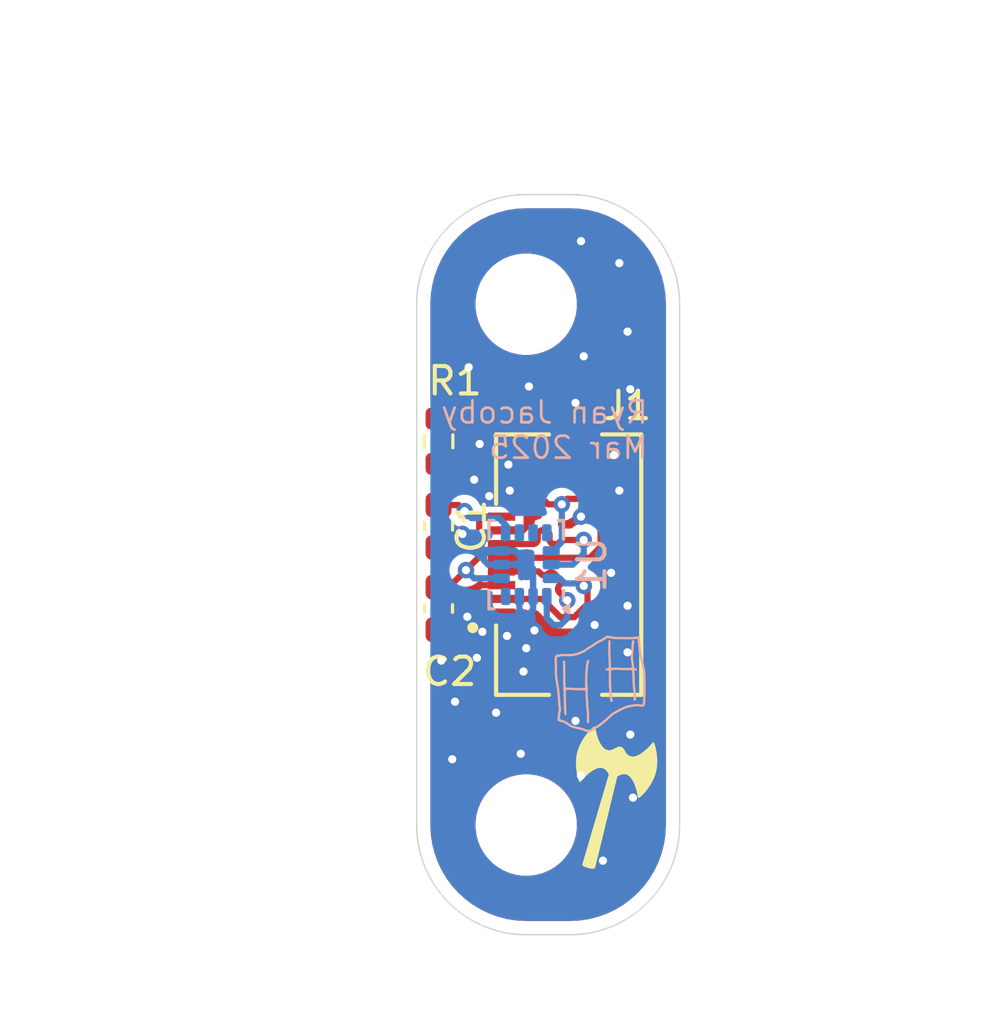
<source format=kicad_pcb>
(kicad_pcb (version 20241229) (generator "pcbnew") (generator_version "9.0")
  (title_block (title "IIS3DWB Breakout") (date "2025-03-08") (rev "Beta") (company "Haas Hooligans") (comment 1 "Ryan Jacoby"))
  (layers (0 "F.Cu" signal) (2 "B.Cu" signal) (13 "F.Paste" user) (15 "B.Paste" user) (5 "F.SilkS" user "F.Silkscreen") (7 "B.SilkS" user "B.Silkscreen") (1 "F.Mask" user) (3 "B.Mask" user) (25 "Edge.Cuts" user))
  (net 0 "")
  (net 1 "+3V3")
  (net 2 "GND")
  (net 3 "MISO")
  (net 4 "MOSI")
  (net 5 "SCK")
  (net 6 "CS")
  (footprint "Capacitor_SMD:C_0603_1608Metric" (layer "F.Cu") (at 77.45 108.95 -90)
    (property "Reference" "C1" (at 0 -1.2 270) (layer "F.SilkS"))
    (property "Value" "100n")
    (pad "1" smd roundrect (at -0.775 0 270) (size 0.9 0.95) (layers "F.Cu" "F.Mask" "F.Paste") (net 1 "+3V3"))
    (pad "2" smd roundrect (at 0.775 0 270) (size 0.9 0.95) (layers "F.Cu" "F.Mask" "F.Paste") (net 2 "GND"))
  )
  (footprint "MountingHole:MountingHole_3.2mm_M3" (layer "F.Cu") (at 80.65 100.85)
    (property "Reference" "H1" (hide yes))
    (property "Value" "M3" (hide yes))
    (pad "" np_thru_hole circle (at 0 0) (size 3.2 3.2) (drill 3.2) (layers "*.Cu" "*.Mask"))
  )
  (footprint "Resistor_SMD:R_0603_1608Metric" (layer "F.Cu") (at 77.45 105.85 90)
    (property "Reference" "R1" (at 2.2 0.6 180) (layer "F.SilkS"))
    (property "Value" "10k")
    (pad "1" smd roundrect (at -0.825 0 90) (size 0.8 0.95) (layers "F.Cu" "F.Mask" "F.Paste") (net 1 "+3V3"))
    (pad "2" smd roundrect (at 0.825 0 90) (size 0.8 0.95) (layers "F.Cu" "F.Mask" "F.Paste") (net 6 "CS"))
  )
  (footprint "MountingHole:MountingHole_3.2mm_M3" (layer "F.Cu") (at 80.65 119.85)
    (property "Reference" "H2" (hide yes))
    (property "Value" "M3" (hide yes))
    (pad "" np_thru_hole circle (at 0 0) (size 3.2 3.2) (drill 3.2) (layers "*.Cu" "*.Mask"))
  )
  (footprint "Capacitor_SMD:C_0603_1608Metric" (layer "F.Cu") (at 77.45 111.95 -90)
    (property "Reference" "C2" (at 2.3 -0.4 0) (layer "F.SilkS"))
    (property "Value" "100n")
    (pad "1" smd roundrect (at -0.775 0 270) (size 0.9 0.95) (layers "F.Cu" "F.Mask" "F.Paste") (net 1 "+3V3"))
    (pad "2" smd roundrect (at 0.775 0 270) (size 0.9 0.95) (layers "F.Cu" "F.Mask" "F.Paste") (net 2 "GND"))
  )
  (footprint "footprints:CON_5051100892_MOL" (layer "F.Cu") (at 82.2 110.35 90)
    (property "Reference" "J1" (at 5.8 2.15 0) (layer "F.SilkS"))
    (property "Value" "5051100892")
    (pad "1" smd rect (at -1.749999 -2.45 90) (size 0.3 1) (layers "F.Cu" "F.Mask" "F.Paste") (net 2 "GND"))
    (pad "2" smd rect (at -1.25 -2.45 90) (size 0.3 1) (layers "F.Cu" "F.Mask" "F.Paste") (net 4 "MOSI"))
    (pad "3" smd rect (at -0.750001 -2.45 90) (size 0.3 1) (layers "F.Cu" "F.Mask" "F.Paste") (net 2 "GND"))
    (pad "4" smd rect (at -0.25 -2.45 90) (size 0.3 1) (layers "F.Cu" "F.Mask" "F.Paste") (net 3 "MISO"))
    (pad "5" smd rect (at 0.25 -2.45 90) (size 0.3 1) (layers "F.Cu" "F.Mask" "F.Paste") (net 6 "CS"))
    (pad "6" smd rect (at 0.750001 -2.45 90) (size 0.3 1) (layers "F.Cu" "F.Mask" "F.Paste") (net 5 "SCK"))
    (pad "7" smd rect (at 1.25 -2.45 90) (size 0.3 1) (layers "F.Cu" "F.Mask" "F.Paste") (net 2 "GND"))
    (pad "8" smd rect (at 1.749999 -2.45 90) (size 0.3 1) (layers "F.Cu" "F.Mask" "F.Paste") (net 1 "+3V3"))
    (pad "MP" smd rect (at -4.049997 0.249999 90) (size 2 1.3) (layers "F.Cu" "F.Mask" "F.Paste") (net 2 "GND"))
    (pad "MP" smd rect (at 4.049997 0.249999 90) (size 2 1.3) (layers "F.Cu" "F.Mask" "F.Paste") (net 2 "GND"))
  )
  (footprint "LOGO" (layer "F.Cu") (at 83.488721 119.280372 -15)
    (property "Reference" "G***" (hide yes))
    (property "Value" "LOGO" (hide yes))
  )
  (footprint "LOGO" (layer "B.Cu") (at 83.125327 115.100989 180)
    (property "Reference" "G***" (hide yes))
    (property "Value" "LOGO" (hide yes))
  )
  (footprint "Package_LGA:LGA-14_3x2.5mm_P0.5mm_LayoutBorder3x4y" (layer "B.Cu") (at 80.65 110.35 90)
    (property "Reference" "U1" (at 0 2.4 90) (layer "B.SilkS") (effects (justify mirror)))
    (property "Value" "IIS3DWB")
    (pad "1" smd roundrect (at -1.1625 0.75 90) (size 0.625 0.35) (layers "B.Cu" "B.Mask" "B.Paste") (net 3 "MISO"))
    (pad "2" smd roundrect (at -1.1625 0.25 90) (size 0.625 0.35) (layers "B.Cu" "B.Mask" "B.Paste") (net 2 "GND"))
    (pad "3" smd roundrect (at -1.1625 -0.25 90) (size 0.625 0.35) (layers "B.Cu" "B.Mask" "B.Paste") (net 2 "GND"))
    (pad "4" smd roundrect (at -1.1625 -0.75 90) (size 0.625 0.35) (layers "B.Cu" "B.Mask" "B.Paste"))
    (pad "5" smd roundrect (at -0.5 -0.9125 90) (size 0.35 0.625) (layers "B.Cu" "B.Mask" "B.Paste") (net 1 "+3V3"))
    (pad "6" smd roundrect (at 0 -0.9125 90) (size 0.35 0.625) (layers "B.Cu" "B.Mask" "B.Paste") (net 2 "GND"))
    (pad "7" smd roundrect (at 0.5 -0.9125 90) (size 0.35 0.625) (layers "B.Cu" "B.Mask" "B.Paste") (net 2 "GND"))
    (pad "8" smd roundrect (at 1.1625 -0.75 90) (size 0.625 0.35) (layers "B.Cu" "B.Mask" "B.Paste") (net 1 "+3V3"))
    (pad "9" smd roundrect (at 1.1625 -0.25 90) (size 0.625 0.35) (layers "B.Cu" "B.Mask" "B.Paste"))
    (pad "10" smd roundrect (at 1.1625 0.25 90) (size 0.625 0.35) (layers "B.Cu" "B.Mask" "B.Paste"))
    (pad "11" smd roundrect (at 1.1625 0.75 90) (size 0.625 0.35) (layers "B.Cu" "B.Mask" "B.Paste"))
    (pad "12" smd roundrect (at 0.5 0.9125 90) (size 0.35 0.625) (layers "B.Cu" "B.Mask" "B.Paste") (net 6 "CS"))
    (pad "13" smd roundrect (at 0 0.9125 90) (size 0.35 0.625) (layers "B.Cu" "B.Mask" "B.Paste") (net 5 "SCK"))
    (pad "14" smd roundrect (at -0.5 0.9125 90) (size 0.35 0.625) (layers "B.Cu" "B.Mask" "B.Paste") (net 4 "MOSI"))
  )
  (gr_line (start 80.65 123.85) (end 82.25 123.85) (stroke (width 0.05)) (layer "Edge.Cuts"))
  (gr_line (start 82.25 96.85) (end 80.65 96.85) (stroke (width 0.05)) (layer "Edge.Cuts"))
  (gr_arc (start 82.25 96.85) (mid 85.078427 98.021573) (end 86.25 100.85) (stroke (width 0.05)) (layer "Edge.Cuts"))
  (gr_arc (start 86.25 119.85) (mid 85.078427 122.678427) (end 82.25 123.85) (stroke (width 0.05)) (layer "Edge.Cuts"))
  (gr_arc (start 76.65 100.85) (mid 77.821573 98.021573) (end 80.65 96.85) (stroke (width 0.05)) (layer "Edge.Cuts"))
  (gr_line (start 76.65 100.85) (end 76.65 119.85) (stroke (width 0.05)) (layer "Edge.Cuts"))
  (gr_line (start 86.25 100.85) (end 86.25 119.85) (stroke (width 0.05)) (layer "Edge.Cuts"))
  (gr_arc (start 80.65 123.85) (mid 77.821573 122.678427) (end 76.65 119.85) (stroke (width 0.05)) (layer "Edge.Cuts"))
  (gr_text "Ryan Jacoby\nMar 2025" (at 85.15 106.55 0) (layer "B.SilkS") (effects (font (size 0.8 0.8) (thickness 0.1)) (justify left bottom mirror)))
  (segment (start 78.4 108.4) (end 78.600001 108.600001) (width 0.2286) (layer "F.Cu") (net 1))
  (segment (start 78.9347 108.6347) (end 79.004098 108.6347) (width 0.2286) (layer "F.Cu") (net 1))
  (segment (start 79.004098 108.6347) (end 78.969399 108.600001) (width 0.2286) (layer "F.Cu") (net 1))
  (segment (start 79.15 108.600001) (end 78.600001 108.600001) (width 0.2286) (layer "F.Cu") (net 1))
  (segment (start 79.75 108.600001) (end 79.15 108.600001) (width 0.2286) (layer "F.Cu") (net 1))
  (segment (start 78.969399 108.600001) (end 79.15 108.600001) (width 0.2286) (layer "F.Cu") (net 1))
  (segment (start 78.9347 109.5653) (end 78.9347 109.134699) (width 0.2286) (layer "F.Cu") (net 1))
  (segment (start 77.45 106.675) (end 77.45 108.175) (width 0.2286) (layer "F.Cu") (net 1))
  (segment (start 78.9347 109.6347) (end 78.9347 109.5653) (width 0.2286) (layer "F.Cu") (net 1))
  (segment (start 78.9347 109.134699) (end 78.9347 108.6347) (width 0.2286) (layer "F.Cu") (net 1))
  (segment (start 78.175 108.175) (end 77.45 108.175) (width 0.2286) (layer "F.Cu") (net 1))
  (segment (start 78.45 110.55) (end 78.9347 110.065299) (width 0.2286) (layer "F.Cu") (net 1))
  (segment (start 78.9347 110.065299) (end 78.9347 109.6347) (width 0.2286) (layer "F.Cu") (net 1))
  (segment (start 77.45 111.175) (end 77.825 111.175) (width 0.2286) (layer "F.Cu") (net 1))
  (segment (start 78.600001 108.600001) (end 78.175 108.175) (width 0.2286) (layer "F.Cu") (net 1))
  (segment (start 77.825 111.175) (end 78.45 110.55) (width 0.2286) (layer "F.Cu") (net 1))
  (via (at 78.45 110.55) (size 0.6) (drill 0.3) (layers "F.Cu" "B.Cu") (net 1))
  (via (at 78.4 108.4) (size 0.6) (drill 0.3) (layers "F.Cu" "B.Cu") (net 1))
  (segment (start 79.9 108.9) (end 79.9 109.1875) (width 0.2286) (layer "B.Cu") (net 1))
  (segment (start 79.7375 110.85) (end 78.75 110.85) (width 0.2286) (layer "B.Cu") (net 1))
  (segment (start 79.65 108.65) (end 79.9 108.9) (width 0.2286) (layer "B.Cu") (net 1))
  (segment (start 78.65 108.65) (end 79.65 108.65) (width 0.2286) (layer "B.Cu") (net 1))
  (segment (start 78.75 110.85) (end 78.45 110.55) (width 0.2286) (layer "B.Cu") (net 1))
  (segment (start 78.4 108.4) (end 78.65 108.65) (width 0.2286) (layer "B.Cu") (net 1))
  (segment (start 79.75 111.100001) (end 78.969399 111.100001) (width 0.2286) (layer "F.Cu") (net 2))
  (segment (start 79.75 112.099999) (end 80.599999 112.099999) (width 0.2286) (layer "F.Cu") (net 2))
  (segment (start 79.75 112.099999) (end 78.900001 112.099999) (width 0.2286) (layer "F.Cu") (net 2))
  (segment (start 79.75 109.1) (end 80.530601 109.1) (width 0.2286) (layer "F.Cu") (net 2))
  (segment (start 78.5 112.5) (end 78.275 112.725) (width 0.2286) (layer "F.Cu") (net 2))
  (segment (start 77.82573 109.725) (end 78.3204 109.23033) (width 0.2286) (layer "F.Cu") (net 2))
  (segment (start 80.95 112.45) (end 80.95 112.75) (width 0.2286) (layer "F.Cu") (net 2))
  (segment (start 78.5 111.5694) (end 78.5 112.25) (width 0.2286) (layer "F.Cu") (net 2))
  (segment (start 78.969399 111.100001) (end 78.5 111.5694) (width 0.2286) (layer "F.Cu") (net 2))
  (segment (start 78.275 112.725) (end 77.45 112.725) (width 0.2286) (layer "F.Cu") (net 2))
  (segment (start 77.45 109.725) (end 77.82573 109.725) (width 0.2286) (layer "F.Cu") (net 2))
  (segment (start 80.85 108.45) (end 80.05 107.65) (width 0.2286) (layer "F.Cu") (net 2))
  (segment (start 80.85 108.780601) (end 80.85 108.45) (width 0.2286) (layer "F.Cu") (net 2))
  (segment (start 80.599999 112.099999) (end 80.95 112.45) (width 0.2286) (layer "F.Cu") (net 2))
  (segment (start 80.530601 109.1) (end 80.85 108.780601) (width 0.2286) (layer "F.Cu") (net 2))
  (segment (start 78.5 112.25) (end 78.5 112.5) (width 0.2286) (layer "F.Cu") (net 2))
  (segment (start 78.900001 112.099999) (end 78.5 112.5) (width 0.2286) (layer "F.Cu") (net 2))
  (via (at 84.05 99.35) (size 0.6) (drill 0.3) (layers "F.Cu" "B.Cu") (net 2))
  (via (at 83.15 112.55) (size 0.6) (drill 0.3) (layers "F.Cu" "B.Cu") (net 2))
  (via (at 84.45 103.95) (size 0.6) (drill 0.3) (layers "F.Cu" "B.Cu") (net 2))
  (via (at 78.3204 109.23033) (size 0.6) (drill 0.3) (layers "F.Cu" "B.Cu") (net 2))
  (via (at 77.55 113.85) (size 0.6) (drill 0.3) (layers "F.Cu" "B.Cu") (net 2))
  (via (at 82.75 102.75) (size 0.6) (drill 0.3) (layers "F.Cu" "B.Cu") (net 2))
  (via (at 80 106.7) (size 0.6) (drill 0.3) (layers "F.Cu" "B.Cu") (net 2))
  (via (at 77.95 117.45) (size 0.6) (drill 0.3) (layers "F.Cu" "B.Cu") (net 2))
  (via (at 79.3 107.85) (size 0.6) (drill 0.3) (layers "F.Cu" "B.Cu") (net 2))
  (via (at 78.5 112.25) (size 0.6) (drill 0.3) (layers "F.Cu" "B.Cu") (net 2))
  (via (at 80.65 113.4) (size 0.6) (drill 0.3) (layers "F.Cu" "B.Cu") (net 2))
  (via (at 84.35 111.85) (size 0.6) (drill 0.3) (layers "F.Cu" "B.Cu") (net 2))
  (via (at 83.45 121.15) (size 0.6) (drill 0.3) (layers "F.Cu" "B.Cu") (net 2))
  (via (at 83.75 110.65) (size 0.6) (drill 0.3) (layers "F.Cu" "B.Cu") (net 2))
  (via (at 78.95 105.95) (size 0.6) (drill 0.3) (layers "F.Cu" "B.Cu") (net 2))
  (via (at 84.35 101.85) (size 0.6) (drill 0.3) (layers "F.Cu" "B.Cu") (net 2))
  (via (at 84.35 113.55) (size 0.6) (drill 0.3) (layers "F.Cu" "B.Cu") (net 2))
  (via (at 78.05 115.35) (size 0.6) (drill 0.3) (layers "F.Cu" "B.Cu") (net 2))
  (via (at 79.95 112.95) (size 0.6) (drill 0.3) (layers "F.Cu" "B.Cu") (net 2))
  (via (at 80.45 117.25) (size 0.6) (drill 0.3) (layers "F.Cu" "B.Cu") (net 2))
  (via (at 84.55 118.85) (size 0.6) (drill 0.3) (layers "F.Cu" "B.Cu") (net 2))
  (via (at 82.45 116.05) (size 0.6) (drill 0.3) (layers "F.Cu" "B.Cu") (net 2))
  (via (at 78.55 103.15) (size 0.6) (drill 0.3) (layers "F.Cu" "B.Cu") (net 2))
  (via (at 84.05 107.65) (size 0.6) (drill 0.3) (layers "F.Cu" "B.Cu") (net 2))
  (via (at 82.65 118.05) (size 0.6) (drill 0.3) (layers "F.Cu" "B.Cu") (net 2))
  (via (at 82.45 104.45) (size 0.6) (drill 0.3) (layers "F.Cu" "B.Cu") (net 2))
  (via (at 83.85 106.35) (size 0.6) (drill 0.3) (layers "F.Cu" "B.Cu") (net 2))
  (via (at 79.05 112.8) (size 0.6) (drill 0.3) (layers "F.Cu" "B.Cu") (net 2))
  (via (at 82.65 98.55) (size 0.6) (drill 0.3) (layers "F.Cu" "B.Cu") (net 2))
  (via (at 78.85 113.75) (size 0.6) (drill 0.3) (layers "F.Cu" "B.Cu") (net 2))
  (via (at 79.55 115.75) (size 0.6) (drill 0.3) (layers "F.Cu" "B.Cu") (net 2))
  (via (at 80.55 114.25) (size 0.6) (drill 0.3) (layers "F.Cu" "B.Cu") (net 2))
  (via (at 80.95 112.75) (size 0.6) (drill 0.3) (layers "F.Cu" "B.Cu") (net 2))
  (via (at 80.75 103.85) (size 0.6) (drill 0.3) (layers "F.Cu" "B.Cu") (net 2))
  (via (at 84.45 116.55) (size 0.6) (drill 0.3) (layers "F.Cu" "B.Cu") (net 2))
  (via (at 80.05 107.65) (size 0.6) (drill 0.3) (layers "F.Cu" "B.Cu") (net 2))
  (via (at 78.75 107.25) (size 0.6) (drill 0.3) (layers "F.Cu" "B.Cu") (net 2))
  (via (at 82.65 108.6) (size 0.6) (drill 0.3) (layers "F.Cu" "B.Cu") (net 2))
  (segment (start 80.9 110.5) (end 80.25 109.85) (width 0.2286) (layer "B.Cu") (net 2))
  (segment (start 80.45 110.35) (end 79.7375 110.35) (width 0.2286) (layer "B.Cu") (net 2))
  (segment (start 79.1125 110) (end 79.1125 110.2) (width 0.2286) (layer "B.Cu") (net 2))
  (segment (start 80.25 109.85) (end 79.7375 109.85) (width 0.2286) (layer "B.Cu") (net 2))
  (segment (start 80.55 112.15) (end 80.75 112.15) (width 0.2286) (layer "B.Cu") (net 2))
  (segment (start 80.75 112.15) (end 80.9 112) (width 0.2286) (layer "B.Cu") (net 2))
  (segment (start 80.9 110.8) (end 80.45 110.35) (width 0.2286) (layer "B.Cu") (net 2))
  (segment (start 79.2625 110.35) (end 79.75 110.35) (width 0.2286) (layer "B.Cu") (net 2))
  (segment (start 80.9 112) (end 80.9 111.5125) (width 0.2286) (layer "B.Cu") (net 2))
  (segment (start 80.4 112) (end 80.55 112.15) (width 0.2286) (layer "B.Cu") (net 2))
  (segment (start 79.2625 109.85) (end 79.1125 110) (width 0.2286) (layer "B.Cu") (net 2))
  (segment (start 80.9 111.5125) (end 80.9 110.8) (width 0.2286) (layer "B.Cu") (net 2))
  (segment (start 79.75 109.85) (end 79.2625 109.85) (width 0.2286) (layer "B.Cu") (net 2))
  (segment (start 80.4 111.5125) (end 80.4 112) (width 0.2286) (layer "B.Cu") (net 2))
  (segment (start 79.1125 110.2) (end 79.2625 110.35) (width 0.2286) (layer "B.Cu") (net 2))
  (segment (start 80.9 111.5125) (end 80.9 110.5) (width 0.2286) (layer "B.Cu") (net 2))
  (segment (start 81.68488 110.6875) (end 81.860453 110.863073) (width 0.2286) (layer "F.Cu") (net 3))
  (segment (start 82.036028 111.536028) (end 82.1 111.6) (width 0.2286) (layer "F.Cu") (net 3))
  (segment (start 82.1 111.6) (end 82.15 111.65) (width 0.2286) (layer "F.Cu") (net 3))
  (segment (start 79.75 110.6) (end 81.1 110.6) (width 0.2286) (layer "F.Cu") (net 3))
  (segment (start 81.1 110.6) (end 81.1875 110.6875) (width 0.2286) (layer "F.Cu") (net 3))
  (segment (start 81.860454 111.360455) (end 82.036028 111.536028) (width 0.2286) (layer "F.Cu") (net 3))
  (via (at 82.15 111.65) (size 0.6) (drill 0.3) (layers "F.Cu" "B.Cu") (net 3))
  (arc (start 81.860454 111.111765) (mid 81.808949 111.23611) (end 81.860454 111.360455) (width 0.2286) (layer "F.Cu") (net 3))
  (arc (start 81.43619 110.6875) (mid 81.560535 110.635995) (end 81.68488 110.6875) (width 0.2286) (layer "F.Cu") (net 3))
  (arc (start 81.1875 110.6875) (mid 81.311845 110.739005) (end 81.43619 110.6875) (width 0.2286) (layer "F.Cu") (net 3))
  (arc (start 81.860453 110.863073) (mid 81.911959 110.98742) (end 81.860454 111.111765) (width 0.2286) (layer "F.Cu") (net 3))
  (segment (start 82.15 111.65) (end 82.15 112.3) (width 0.2286) (layer "B.Cu") (net 3))
  (segment (start 81.9 112.55) (end 81.65 112.55) (width 0.2286) (layer "B.Cu") (net 3))
  (segment (start 81.4 112.3) (end 81.4 111.5125) (width 0.2286) (layer "B.Cu") (net 3))
  (segment (start 81.65 112.55) (end 81.4 112.3) (width 0.2286) (layer "B.Cu") (net 3))
  (segment (start 82.15 112.3) (end 81.9 112.55) (width 0.2286) (layer "B.Cu") (net 3))
  (segment (start 81.229834 111.6) (end 81.895134 112.2653) (width 0.2286) (layer "F.Cu") (net 4))
  (segment (start 79.75 111.6) (end 81.229834 111.6) (width 0.2286) (layer "F.Cu") (net 4))
  (segment (start 82.889106 111.78106) (end 82.889106 111.26033) (width 0.2286) (layer "F.Cu") (net 4))
  (segment (start 82.889106 111.26033) (end 82.752679 111.123903) (width 0.2286) (layer "F.Cu") (net 4))
  (segment (start 81.895134 112.2653) (end 82.404866 112.2653) (width 0.2286) (layer "F.Cu") (net 4))
  (segment (start 82.404866 112.2653) (end 82.889106 111.78106) (width 0.2286) (layer "F.Cu") (net 4))
  (via (at 82.752679 111.123903) (size 0.6) (drill 0.3) (layers "F.Cu" "B.Cu") (net 4))
  (segment (start 82.663476 111.0347) (end 82.059699 111.0347) (width 0.2286) (layer "B.Cu") (net 4))
  (segment (start 82.059699 111.0347) (end 81.874999 110.85) (width 0.2286) (layer "B.Cu") (net 4))
  (segment (start 81.874999 110.85) (end 81.5625 110.85) (width 0.2286) (layer "B.Cu") (net 4))
  (segment (start 82.752679 111.123903) (end 82.663476 111.0347) (width 0.2286) (layer "B.Cu") (net 4))
  (segment (start 81.07144 109.428559) (end 81.07144 109.266449) (width 0.2286) (layer "F.Cu") (net 5))
  (segment (start 81.67148 109.599999) (end 81.7572 109.599999) (width 0.2286) (layer "F.Cu") (net 5))
  (segment (start 81.7572 109.599999) (end 81.799999 109.599999) (width 0.2286) (layer "F.Cu") (net 5))
  (segment (start 81.24288 109.095009) (end 81.3286 109.095009) (width 0.2286) (layer "F.Cu") (net 5))
  (segment (start 81.799999 109.599999) (end 81.949998 109.45) (width 0.2286) (layer "F.Cu") (net 5))
  (segment (start 81.949998 109.45) (end 82.55 109.45) (width 0.2286) (layer "F.Cu") (net 5))
  (segment (start 82.55 109.45) (end 82.75 109.45) (width 0.2286) (layer "F.Cu") (net 5))
  (segment (start 81.50004 109.266449) (end 81.50004 109.428559) (width 0.2286) (layer "F.Cu") (net 5))
  (segment (start 79.75 109.599999) (end 80.9 109.599999) (width 0.2286) (layer "F.Cu") (net 5))
  (via (at 82.75 109.45) (size 0.6) (drill 0.3) (layers "F.Cu" "B.Cu") (net 5))
  (arc (start 81.3286 109.095009) (mid 81.449826 109.145223) (end 81.50004 109.266449) (width 0.2286) (layer "F.Cu") (net 5))
  (arc (start 81.07144 109.266449) (mid 81.121654 109.145223) (end 81.24288 109.095009) (width 0.2286) (layer "F.Cu") (net 5))
  (arc (start 81.50004 109.428559) (mid 81.550254 109.549785) (end 81.67148 109.599999) (width 0.2286) (layer "F.Cu") (net 5))
  (arc (start 80.9 109.599999) (mid 81.021226 109.549785) (end 81.07144 109.428559) (width 0.2286) (layer "F.Cu") (net 5))
  (segment (start 82.75 109.95) (end 82.75 109.45) (width 0.2286) (layer "B.Cu") (net 5))
  (segment (start 82.35 110.35) (end 82.75 109.95) (width 0.2286) (layer "B.Cu") (net 5))
  (segment (start 81.5625 110.35) (end 82.35 110.35) (width 0.2286) (layer "B.Cu") (net 5))
  (segment (start 82.15 107.95) (end 82.870166 107.95) (width 0.2286) (layer "F.Cu") (net 6))
  (segment (start 83.3653 109.704866) (end 82.970166 110.1) (width 0.2286) (layer "F.Cu") (net 6))
  (segment (start 83.3653 108.445134) (end 83.3653 109.704866) (width 0.2286) (layer "F.Cu") (net 6))
  (segment (start 80.85 107.55) (end 80.85 105.75) (width 0.2286) (layer "F.Cu") (net 6))
  (segment (start 81.95 108.15) (end 82.15 107.95) (width 0.2286) (layer "F.Cu") (net 6))
  (segment (start 82.970166 110.1) (end 79.75 110.1) (width 0.2286) (layer "F.Cu") (net 6))
  (segment (start 81.95 108.15) (end 81.45 108.15) (width 0.2286) (layer "F.Cu") (net 6))
  (segment (start 81.45 108.15) (end 80.85 107.55) (width 0.2286) (layer "F.Cu") (net 6))
  (segment (start 80.85 105.75) (end 80.125 105.025) (width 0.2286) (layer "F.Cu") (net 6))
  (segment (start 82.870166 107.95) (end 83.3653 108.445134) (width 0.2286) (layer "F.Cu") (net 6))
  (segment (start 80.125 105.025) (end 77.45 105.025) (width 0.2286) (layer "F.Cu") (net 6))
  (via (at 81.95 108.15) (size 0.6) (drill 0.3) (layers "F.Cu" "B.Cu") (net 6))
  (segment (start 81.62207 109.85) (end 81.5625 109.85) (width 0.2286) (layer "B.Cu") (net 6))
  (segment (start 81.95 108.15) (end 81.95 109.52207) (width 0.2286) (layer "B.Cu") (net 6))
  (segment (start 81.95 109.52207) (end 81.62207 109.85) (width 0.2286) (layer "B.Cu") (net 6))
  (zone (net 2) (net_name "GND") (layers "F.Cu" "B.Cu") (connect_pads (clearance 0.3)) (min_thickness 0.25) (fill yes (thermal_gap 0.3) (thermal_bridge_width 0.3))
    (polygon (pts (xy 76.65 96.85) (xy 86.25 96.85) (xy 86.25 123.85) (xy 76.65 123.85)))
  )
)
</source>
